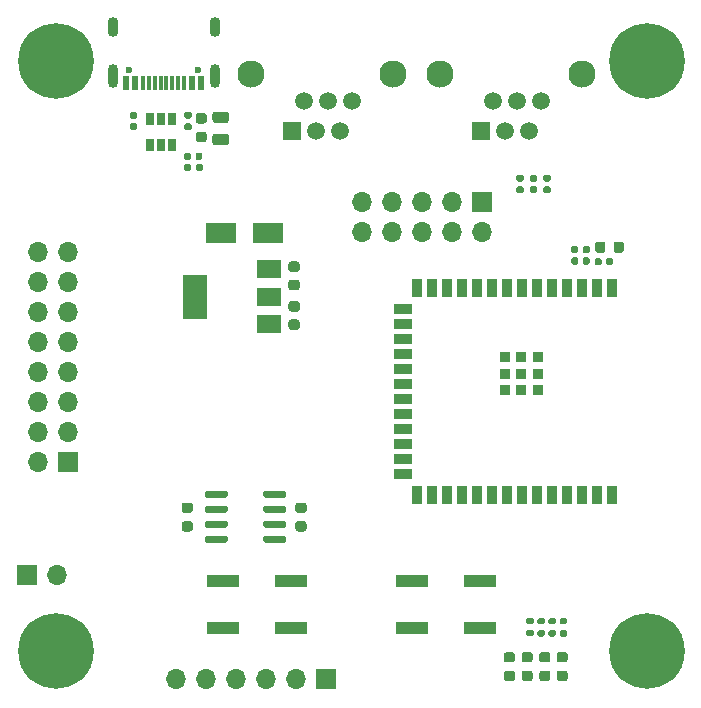
<source format=gbr>
%TF.GenerationSoftware,KiCad,Pcbnew,(5.1.6)-1*%
%TF.CreationDate,2022-03-15T00:03:31+08:00*%
%TF.ProjectId,esp32s2-openffb,65737033-3273-4322-9d6f-70656e666662,rev?*%
%TF.SameCoordinates,Original*%
%TF.FileFunction,Soldermask,Top*%
%TF.FilePolarity,Negative*%
%FSLAX46Y46*%
G04 Gerber Fmt 4.6, Leading zero omitted, Abs format (unit mm)*
G04 Created by KiCad (PCBNEW (5.1.6)-1) date 2022-03-15 00:03:31*
%MOMM*%
%LPD*%
G01*
G04 APERTURE LIST*
%ADD10O,1.700000X1.700000*%
%ADD11R,1.700000X1.700000*%
%ADD12R,0.900000X0.900000*%
%ADD13R,1.500000X0.900000*%
%ADD14R,0.900000X1.500000*%
%ADD15R,2.500000X1.800000*%
%ADD16C,2.300000*%
%ADD17C,1.520000*%
%ADD18R,1.520000X1.520000*%
%ADD19O,0.900000X2.000000*%
%ADD20O,0.900000X1.700000*%
%ADD21R,0.300000X1.160000*%
%ADD22C,0.600000*%
%ADD23R,0.600000X1.160000*%
%ADD24R,0.650000X1.060000*%
%ADD25R,2.750000X1.000000*%
%ADD26C,0.800000*%
%ADD27C,6.400000*%
%ADD28R,2.000000X1.500000*%
%ADD29R,2.000000X3.800000*%
G04 APERTURE END LIST*
%TO.C,R2*%
G36*
G01*
X16408900Y47073600D02*
X16408900Y46728600D01*
G75*
G02*
X16261400Y46581100I-147500J0D01*
G01*
X15966400Y46581100D01*
G75*
G02*
X15818900Y46728600I0J147500D01*
G01*
X15818900Y47073600D01*
G75*
G02*
X15966400Y47221100I147500J0D01*
G01*
X16261400Y47221100D01*
G75*
G02*
X16408900Y47073600I0J-147500D01*
G01*
G37*
G36*
G01*
X17378900Y47073600D02*
X17378900Y46728600D01*
G75*
G02*
X17231400Y46581100I-147500J0D01*
G01*
X16936400Y46581100D01*
G75*
G02*
X16788900Y46728600I0J147500D01*
G01*
X16788900Y47073600D01*
G75*
G02*
X16936400Y47221100I147500J0D01*
G01*
X17231400Y47221100D01*
G75*
G02*
X17378900Y47073600I0J-147500D01*
G01*
G37*
%TD*%
%TO.C,R1*%
G36*
G01*
X16421600Y46133800D02*
X16421600Y45788800D01*
G75*
G02*
X16274100Y45641300I-147500J0D01*
G01*
X15979100Y45641300D01*
G75*
G02*
X15831600Y45788800I0J147500D01*
G01*
X15831600Y46133800D01*
G75*
G02*
X15979100Y46281300I147500J0D01*
G01*
X16274100Y46281300D01*
G75*
G02*
X16421600Y46133800I0J-147500D01*
G01*
G37*
G36*
G01*
X17391600Y46133800D02*
X17391600Y45788800D01*
G75*
G02*
X17244100Y45641300I-147500J0D01*
G01*
X16949100Y45641300D01*
G75*
G02*
X16801600Y45788800I0J147500D01*
G01*
X16801600Y46133800D01*
G75*
G02*
X16949100Y46281300I147500J0D01*
G01*
X17244100Y46281300D01*
G75*
G02*
X17391600Y46133800I0J-147500D01*
G01*
G37*
%TD*%
D10*
%TO.C,J4*%
X3460000Y38780000D03*
X6000000Y38780000D03*
X3460000Y36240000D03*
X6000000Y36240000D03*
X3460000Y33700000D03*
X6000000Y33700000D03*
X3460000Y31160000D03*
X6000000Y31160000D03*
X3460000Y28620000D03*
X6000000Y28620000D03*
X3460000Y26080000D03*
X6000000Y26080000D03*
X3460000Y23540000D03*
X6000000Y23540000D03*
X3460000Y21000000D03*
D11*
X6000000Y21000000D03*
%TD*%
%TO.C,U3*%
G36*
G01*
X19518500Y14640700D02*
X19518500Y14340700D01*
G75*
G02*
X19368500Y14190700I-150000J0D01*
G01*
X17718500Y14190700D01*
G75*
G02*
X17568500Y14340700I0J150000D01*
G01*
X17568500Y14640700D01*
G75*
G02*
X17718500Y14790700I150000J0D01*
G01*
X19368500Y14790700D01*
G75*
G02*
X19518500Y14640700I0J-150000D01*
G01*
G37*
G36*
G01*
X19518500Y15910700D02*
X19518500Y15610700D01*
G75*
G02*
X19368500Y15460700I-150000J0D01*
G01*
X17718500Y15460700D01*
G75*
G02*
X17568500Y15610700I0J150000D01*
G01*
X17568500Y15910700D01*
G75*
G02*
X17718500Y16060700I150000J0D01*
G01*
X19368500Y16060700D01*
G75*
G02*
X19518500Y15910700I0J-150000D01*
G01*
G37*
G36*
G01*
X19518500Y17180700D02*
X19518500Y16880700D01*
G75*
G02*
X19368500Y16730700I-150000J0D01*
G01*
X17718500Y16730700D01*
G75*
G02*
X17568500Y16880700I0J150000D01*
G01*
X17568500Y17180700D01*
G75*
G02*
X17718500Y17330700I150000J0D01*
G01*
X19368500Y17330700D01*
G75*
G02*
X19518500Y17180700I0J-150000D01*
G01*
G37*
G36*
G01*
X19518500Y18450700D02*
X19518500Y18150700D01*
G75*
G02*
X19368500Y18000700I-150000J0D01*
G01*
X17718500Y18000700D01*
G75*
G02*
X17568500Y18150700I0J150000D01*
G01*
X17568500Y18450700D01*
G75*
G02*
X17718500Y18600700I150000J0D01*
G01*
X19368500Y18600700D01*
G75*
G02*
X19518500Y18450700I0J-150000D01*
G01*
G37*
G36*
G01*
X24468500Y18450700D02*
X24468500Y18150700D01*
G75*
G02*
X24318500Y18000700I-150000J0D01*
G01*
X22668500Y18000700D01*
G75*
G02*
X22518500Y18150700I0J150000D01*
G01*
X22518500Y18450700D01*
G75*
G02*
X22668500Y18600700I150000J0D01*
G01*
X24318500Y18600700D01*
G75*
G02*
X24468500Y18450700I0J-150000D01*
G01*
G37*
G36*
G01*
X24468500Y17180700D02*
X24468500Y16880700D01*
G75*
G02*
X24318500Y16730700I-150000J0D01*
G01*
X22668500Y16730700D01*
G75*
G02*
X22518500Y16880700I0J150000D01*
G01*
X22518500Y17180700D01*
G75*
G02*
X22668500Y17330700I150000J0D01*
G01*
X24318500Y17330700D01*
G75*
G02*
X24468500Y17180700I0J-150000D01*
G01*
G37*
G36*
G01*
X24468500Y15910700D02*
X24468500Y15610700D01*
G75*
G02*
X24318500Y15460700I-150000J0D01*
G01*
X22668500Y15460700D01*
G75*
G02*
X22518500Y15610700I0J150000D01*
G01*
X22518500Y15910700D01*
G75*
G02*
X22668500Y16060700I150000J0D01*
G01*
X24318500Y16060700D01*
G75*
G02*
X24468500Y15910700I0J-150000D01*
G01*
G37*
G36*
G01*
X24468500Y14640700D02*
X24468500Y14340700D01*
G75*
G02*
X24318500Y14190700I-150000J0D01*
G01*
X22668500Y14190700D01*
G75*
G02*
X22518500Y14340700I0J150000D01*
G01*
X22518500Y14640700D01*
G75*
G02*
X22668500Y14790700I150000J0D01*
G01*
X24318500Y14790700D01*
G75*
G02*
X24468500Y14640700I0J-150000D01*
G01*
G37*
%TD*%
D12*
%TO.C,U2*%
X42955000Y27087500D03*
X42955000Y28487500D03*
X42955000Y29887500D03*
X44355000Y29887500D03*
X45755000Y29887500D03*
X45755000Y28487500D03*
X45755000Y27087500D03*
X44355000Y27087500D03*
D13*
X34315000Y20002500D03*
X34315000Y21272500D03*
D12*
X44355000Y28487500D03*
D14*
X52075000Y18237500D03*
X50805000Y18237500D03*
X49535000Y18237500D03*
X48265000Y18237500D03*
X46995000Y18237500D03*
X45725000Y18237500D03*
X44455000Y18237500D03*
X43185000Y18237500D03*
X41915000Y18237500D03*
X40645000Y18237500D03*
X39375000Y18237500D03*
X38105000Y18237500D03*
X36835000Y18237500D03*
X35565000Y18237500D03*
D13*
X34315000Y22542500D03*
X34315000Y23812500D03*
X34315000Y25082500D03*
X34315000Y26352500D03*
X34315000Y27622500D03*
X34315000Y28892500D03*
X34315000Y30162500D03*
X34315000Y31432500D03*
X34315000Y32702500D03*
X34315000Y33972500D03*
D14*
X52075000Y35737500D03*
X50805000Y35737500D03*
X49535000Y35737500D03*
X48265000Y35737500D03*
X46995000Y35737500D03*
X45725000Y35737500D03*
X44455000Y35737500D03*
X43185000Y35737500D03*
X41915000Y35737500D03*
X40645000Y35737500D03*
X39375000Y35737500D03*
X38105000Y35737500D03*
X36835000Y35737500D03*
X35565000Y35737500D03*
%TD*%
%TO.C,R15*%
G36*
G01*
X15834650Y16020300D02*
X16347150Y16020300D01*
G75*
G02*
X16565900Y15801550I0J-218750D01*
G01*
X16565900Y15364050D01*
G75*
G02*
X16347150Y15145300I-218750J0D01*
G01*
X15834650Y15145300D01*
G75*
G02*
X15615900Y15364050I0J218750D01*
G01*
X15615900Y15801550D01*
G75*
G02*
X15834650Y16020300I218750J0D01*
G01*
G37*
G36*
G01*
X15834650Y17595300D02*
X16347150Y17595300D01*
G75*
G02*
X16565900Y17376550I0J-218750D01*
G01*
X16565900Y16939050D01*
G75*
G02*
X16347150Y16720300I-218750J0D01*
G01*
X15834650Y16720300D01*
G75*
G02*
X15615900Y16939050I0J218750D01*
G01*
X15615900Y17376550D01*
G75*
G02*
X15834650Y17595300I218750J0D01*
G01*
G37*
%TD*%
D10*
%TO.C,J3*%
X5040000Y11500000D03*
D11*
X2500000Y11500000D03*
%TD*%
%TO.C,C3*%
G36*
G01*
X25973750Y16720300D02*
X25461250Y16720300D01*
G75*
G02*
X25242500Y16939050I0J218750D01*
G01*
X25242500Y17376550D01*
G75*
G02*
X25461250Y17595300I218750J0D01*
G01*
X25973750Y17595300D01*
G75*
G02*
X26192500Y17376550I0J-218750D01*
G01*
X26192500Y16939050D01*
G75*
G02*
X25973750Y16720300I-218750J0D01*
G01*
G37*
G36*
G01*
X25973750Y15145300D02*
X25461250Y15145300D01*
G75*
G02*
X25242500Y15364050I0J218750D01*
G01*
X25242500Y15801550D01*
G75*
G02*
X25461250Y16020300I218750J0D01*
G01*
X25973750Y16020300D01*
G75*
G02*
X26192500Y15801550I0J-218750D01*
G01*
X26192500Y15364050D01*
G75*
G02*
X25973750Y15145300I-218750J0D01*
G01*
G37*
%TD*%
%TO.C,R13*%
G36*
G01*
X44432000Y44767000D02*
X44087000Y44767000D01*
G75*
G02*
X43939500Y44914500I0J147500D01*
G01*
X43939500Y45209500D01*
G75*
G02*
X44087000Y45357000I147500J0D01*
G01*
X44432000Y45357000D01*
G75*
G02*
X44579500Y45209500I0J-147500D01*
G01*
X44579500Y44914500D01*
G75*
G02*
X44432000Y44767000I-147500J0D01*
G01*
G37*
G36*
G01*
X44432000Y43797000D02*
X44087000Y43797000D01*
G75*
G02*
X43939500Y43944500I0J147500D01*
G01*
X43939500Y44239500D01*
G75*
G02*
X44087000Y44387000I147500J0D01*
G01*
X44432000Y44387000D01*
G75*
G02*
X44579500Y44239500I0J-147500D01*
G01*
X44579500Y43944500D01*
G75*
G02*
X44432000Y43797000I-147500J0D01*
G01*
G37*
%TD*%
%TO.C,R12*%
G36*
G01*
X45575000Y44767000D02*
X45230000Y44767000D01*
G75*
G02*
X45082500Y44914500I0J147500D01*
G01*
X45082500Y45209500D01*
G75*
G02*
X45230000Y45357000I147500J0D01*
G01*
X45575000Y45357000D01*
G75*
G02*
X45722500Y45209500I0J-147500D01*
G01*
X45722500Y44914500D01*
G75*
G02*
X45575000Y44767000I-147500J0D01*
G01*
G37*
G36*
G01*
X45575000Y43797000D02*
X45230000Y43797000D01*
G75*
G02*
X45082500Y43944500I0J147500D01*
G01*
X45082500Y44239500D01*
G75*
G02*
X45230000Y44387000I147500J0D01*
G01*
X45575000Y44387000D01*
G75*
G02*
X45722500Y44239500I0J-147500D01*
G01*
X45722500Y43944500D01*
G75*
G02*
X45575000Y43797000I-147500J0D01*
G01*
G37*
%TD*%
%TO.C,R5*%
G36*
G01*
X46718000Y44767000D02*
X46373000Y44767000D01*
G75*
G02*
X46225500Y44914500I0J147500D01*
G01*
X46225500Y45209500D01*
G75*
G02*
X46373000Y45357000I147500J0D01*
G01*
X46718000Y45357000D01*
G75*
G02*
X46865500Y45209500I0J-147500D01*
G01*
X46865500Y44914500D01*
G75*
G02*
X46718000Y44767000I-147500J0D01*
G01*
G37*
G36*
G01*
X46718000Y43797000D02*
X46373000Y43797000D01*
G75*
G02*
X46225500Y43944500I0J147500D01*
G01*
X46225500Y44239500D01*
G75*
G02*
X46373000Y44387000I147500J0D01*
G01*
X46718000Y44387000D01*
G75*
G02*
X46865500Y44239500I0J-147500D01*
G01*
X46865500Y43944500D01*
G75*
G02*
X46718000Y43797000I-147500J0D01*
G01*
G37*
%TD*%
D15*
%TO.C,D1*%
X18955000Y40386000D03*
X22955000Y40386000D03*
%TD*%
D16*
%TO.C,J7*%
X33515500Y53862000D03*
X21515500Y53862000D03*
D17*
X30065500Y51562000D03*
X29045500Y49022000D03*
X28025500Y51562000D03*
X27005500Y49022000D03*
X25985500Y51562000D03*
D18*
X24965500Y49022000D03*
%TD*%
D16*
%TO.C,J6*%
X49507500Y53862000D03*
X37507500Y53862000D03*
D17*
X46057500Y51562000D03*
X45037500Y49022000D03*
X44017500Y51562000D03*
X42997500Y49022000D03*
X41977500Y51562000D03*
D18*
X40957500Y49022000D03*
%TD*%
%TO.C,R4*%
G36*
G01*
X49187600Y39186900D02*
X49187600Y38841900D01*
G75*
G02*
X49040100Y38694400I-147500J0D01*
G01*
X48745100Y38694400D01*
G75*
G02*
X48597600Y38841900I0J147500D01*
G01*
X48597600Y39186900D01*
G75*
G02*
X48745100Y39334400I147500J0D01*
G01*
X49040100Y39334400D01*
G75*
G02*
X49187600Y39186900I0J-147500D01*
G01*
G37*
G36*
G01*
X50157600Y39186900D02*
X50157600Y38841900D01*
G75*
G02*
X50010100Y38694400I-147500J0D01*
G01*
X49715100Y38694400D01*
G75*
G02*
X49567600Y38841900I0J147500D01*
G01*
X49567600Y39186900D01*
G75*
G02*
X49715100Y39334400I147500J0D01*
G01*
X50010100Y39334400D01*
G75*
G02*
X50157600Y39186900I0J-147500D01*
G01*
G37*
%TD*%
%TO.C,C15*%
G36*
G01*
X51548800Y37825900D02*
X51548800Y38170900D01*
G75*
G02*
X51696300Y38318400I147500J0D01*
G01*
X51991300Y38318400D01*
G75*
G02*
X52138800Y38170900I0J-147500D01*
G01*
X52138800Y37825900D01*
G75*
G02*
X51991300Y37678400I-147500J0D01*
G01*
X51696300Y37678400D01*
G75*
G02*
X51548800Y37825900I0J147500D01*
G01*
G37*
G36*
G01*
X50578800Y37825900D02*
X50578800Y38170900D01*
G75*
G02*
X50726300Y38318400I147500J0D01*
G01*
X51021300Y38318400D01*
G75*
G02*
X51168800Y38170900I0J-147500D01*
G01*
X51168800Y37825900D01*
G75*
G02*
X51021300Y37678400I-147500J0D01*
G01*
X50726300Y37678400D01*
G75*
G02*
X50578800Y37825900I0J147500D01*
G01*
G37*
%TD*%
%TO.C,C6*%
G36*
G01*
X49567600Y37876700D02*
X49567600Y38221700D01*
G75*
G02*
X49715100Y38369200I147500J0D01*
G01*
X50010100Y38369200D01*
G75*
G02*
X50157600Y38221700I0J-147500D01*
G01*
X50157600Y37876700D01*
G75*
G02*
X50010100Y37729200I-147500J0D01*
G01*
X49715100Y37729200D01*
G75*
G02*
X49567600Y37876700I0J147500D01*
G01*
G37*
G36*
G01*
X48597600Y37876700D02*
X48597600Y38221700D01*
G75*
G02*
X48745100Y38369200I147500J0D01*
G01*
X49040100Y38369200D01*
G75*
G02*
X49187600Y38221700I0J-147500D01*
G01*
X49187600Y37876700D01*
G75*
G02*
X49040100Y37729200I-147500J0D01*
G01*
X48745100Y37729200D01*
G75*
G02*
X48597600Y37876700I0J147500D01*
G01*
G37*
%TD*%
%TO.C,C4*%
G36*
G01*
X52191500Y38961350D02*
X52191500Y39473850D01*
G75*
G02*
X52410250Y39692600I218750J0D01*
G01*
X52847750Y39692600D01*
G75*
G02*
X53066500Y39473850I0J-218750D01*
G01*
X53066500Y38961350D01*
G75*
G02*
X52847750Y38742600I-218750J0D01*
G01*
X52410250Y38742600D01*
G75*
G02*
X52191500Y38961350I0J218750D01*
G01*
G37*
G36*
G01*
X50616500Y38961350D02*
X50616500Y39473850D01*
G75*
G02*
X50835250Y39692600I218750J0D01*
G01*
X51272750Y39692600D01*
G75*
G02*
X51491500Y39473850I0J-218750D01*
G01*
X51491500Y38961350D01*
G75*
G02*
X51272750Y38742600I-218750J0D01*
G01*
X50835250Y38742600D01*
G75*
G02*
X50616500Y38961350I0J218750D01*
G01*
G37*
%TD*%
D12*
%TO.C,U5*%
X42955000Y27087500D03*
X42955000Y28487500D03*
X42955000Y29887500D03*
X44355000Y29887500D03*
X45755000Y29887500D03*
X45755000Y28487500D03*
X45755000Y27087500D03*
X44355000Y27087500D03*
D13*
X34315000Y20002500D03*
X34315000Y21272500D03*
D12*
X44355000Y28487500D03*
D14*
X52075000Y18237500D03*
X50805000Y18237500D03*
X49535000Y18237500D03*
X48265000Y18237500D03*
X46995000Y18237500D03*
X45725000Y18237500D03*
X44455000Y18237500D03*
X43185000Y18237500D03*
X41915000Y18237500D03*
X40645000Y18237500D03*
X39375000Y18237500D03*
X38105000Y18237500D03*
X36835000Y18237500D03*
X35565000Y18237500D03*
D13*
X34315000Y22542500D03*
X34315000Y23812500D03*
X34315000Y25082500D03*
X34315000Y26352500D03*
X34315000Y27622500D03*
X34315000Y28892500D03*
X34315000Y30162500D03*
X34315000Y31432500D03*
X34315000Y32702500D03*
X34315000Y33972500D03*
D14*
X52075000Y35737500D03*
X50805000Y35737500D03*
X49535000Y35737500D03*
X48265000Y35737500D03*
X46995000Y35737500D03*
X45725000Y35737500D03*
X44455000Y35737500D03*
X43185000Y35737500D03*
X41915000Y35737500D03*
X40645000Y35737500D03*
X39375000Y35737500D03*
X38105000Y35737500D03*
X36835000Y35737500D03*
X35565000Y35737500D03*
%TD*%
D19*
%TO.C,J1*%
X18401700Y53708700D03*
X9761700Y53708700D03*
D20*
X18401700Y57878700D03*
X9761700Y57878700D03*
D21*
X14831700Y53128700D03*
X14331700Y53128700D03*
X13831700Y53128700D03*
X15831700Y53128700D03*
X15331700Y53128700D03*
X12831700Y53128700D03*
X13331700Y53128700D03*
X12331700Y53128700D03*
D22*
X11191700Y54188700D03*
X16971700Y54188700D03*
D23*
X16481700Y53128700D03*
X16481700Y53128700D03*
X17281700Y53128700D03*
X17281700Y53128700D03*
X11681700Y53128700D03*
X10881700Y53128700D03*
X11681700Y53128700D03*
X10881700Y53128700D03*
%TD*%
D24*
%TO.C,U4*%
X13846500Y47907500D03*
X14796500Y47907500D03*
X12896500Y47907500D03*
X12896500Y50107500D03*
X13846500Y50107500D03*
X14796500Y50107500D03*
%TD*%
%TO.C,R11*%
G36*
G01*
X11374000Y49717500D02*
X11719000Y49717500D01*
G75*
G02*
X11866500Y49570000I0J-147500D01*
G01*
X11866500Y49275000D01*
G75*
G02*
X11719000Y49127500I-147500J0D01*
G01*
X11374000Y49127500D01*
G75*
G02*
X11226500Y49275000I0J147500D01*
G01*
X11226500Y49570000D01*
G75*
G02*
X11374000Y49717500I147500J0D01*
G01*
G37*
G36*
G01*
X11374000Y50687500D02*
X11719000Y50687500D01*
G75*
G02*
X11866500Y50540000I0J-147500D01*
G01*
X11866500Y50245000D01*
G75*
G02*
X11719000Y50097500I-147500J0D01*
G01*
X11374000Y50097500D01*
G75*
G02*
X11226500Y50245000I0J147500D01*
G01*
X11226500Y50540000D01*
G75*
G02*
X11374000Y50687500I147500J0D01*
G01*
G37*
%TD*%
%TO.C,R10*%
G36*
G01*
X15974000Y49717500D02*
X16319000Y49717500D01*
G75*
G02*
X16466500Y49570000I0J-147500D01*
G01*
X16466500Y49275000D01*
G75*
G02*
X16319000Y49127500I-147500J0D01*
G01*
X15974000Y49127500D01*
G75*
G02*
X15826500Y49275000I0J147500D01*
G01*
X15826500Y49570000D01*
G75*
G02*
X15974000Y49717500I147500J0D01*
G01*
G37*
G36*
G01*
X15974000Y50687500D02*
X16319000Y50687500D01*
G75*
G02*
X16466500Y50540000I0J-147500D01*
G01*
X16466500Y50245000D01*
G75*
G02*
X16319000Y50097500I-147500J0D01*
G01*
X15974000Y50097500D01*
G75*
G02*
X15826500Y50245000I0J147500D01*
G01*
X15826500Y50540000D01*
G75*
G02*
X15974000Y50687500I147500J0D01*
G01*
G37*
%TD*%
D10*
%TO.C,J5*%
X30924500Y40513000D03*
X30924500Y43053000D03*
X33464500Y40513000D03*
X33464500Y43053000D03*
X36004500Y40513000D03*
X36004500Y43053000D03*
X38544500Y40513000D03*
X38544500Y43053000D03*
X41084500Y40513000D03*
D11*
X41084500Y43053000D03*
%TD*%
%TO.C,F1*%
G36*
G01*
X19379250Y49726000D02*
X18466750Y49726000D01*
G75*
G02*
X18223000Y49969750I0J243750D01*
G01*
X18223000Y50457250D01*
G75*
G02*
X18466750Y50701000I243750J0D01*
G01*
X19379250Y50701000D01*
G75*
G02*
X19623000Y50457250I0J-243750D01*
G01*
X19623000Y49969750D01*
G75*
G02*
X19379250Y49726000I-243750J0D01*
G01*
G37*
G36*
G01*
X19379250Y47851000D02*
X18466750Y47851000D01*
G75*
G02*
X18223000Y48094750I0J243750D01*
G01*
X18223000Y48582250D01*
G75*
G02*
X18466750Y48826000I243750J0D01*
G01*
X19379250Y48826000D01*
G75*
G02*
X19623000Y48582250I0J-243750D01*
G01*
X19623000Y48094750D01*
G75*
G02*
X19379250Y47851000I-243750J0D01*
G01*
G37*
%TD*%
%TO.C,C19*%
G36*
G01*
X17015750Y48989500D02*
X17528250Y48989500D01*
G75*
G02*
X17747000Y48770750I0J-218750D01*
G01*
X17747000Y48333250D01*
G75*
G02*
X17528250Y48114500I-218750J0D01*
G01*
X17015750Y48114500D01*
G75*
G02*
X16797000Y48333250I0J218750D01*
G01*
X16797000Y48770750D01*
G75*
G02*
X17015750Y48989500I218750J0D01*
G01*
G37*
G36*
G01*
X17015750Y50564500D02*
X17528250Y50564500D01*
G75*
G02*
X17747000Y50345750I0J-218750D01*
G01*
X17747000Y49908250D01*
G75*
G02*
X17528250Y49689500I-218750J0D01*
G01*
X17015750Y49689500D01*
G75*
G02*
X16797000Y49908250I0J218750D01*
G01*
X16797000Y50345750D01*
G75*
G02*
X17015750Y50564500I218750J0D01*
G01*
G37*
%TD*%
D25*
%TO.C,SW2*%
X24880000Y7000000D03*
X19120000Y7000000D03*
X19120000Y11000000D03*
X24880000Y11000000D03*
%TD*%
%TO.C,SW1*%
X40880000Y7000000D03*
X35120000Y7000000D03*
X35120000Y11000000D03*
X40880000Y11000000D03*
%TD*%
%TO.C,R9*%
G36*
G01*
X45295400Y7286800D02*
X44925400Y7286800D01*
G75*
G02*
X44790400Y7421800I0J135000D01*
G01*
X44790400Y7691800D01*
G75*
G02*
X44925400Y7826800I135000J0D01*
G01*
X45295400Y7826800D01*
G75*
G02*
X45430400Y7691800I0J-135000D01*
G01*
X45430400Y7421800D01*
G75*
G02*
X45295400Y7286800I-135000J0D01*
G01*
G37*
G36*
G01*
X45295400Y6266800D02*
X44925400Y6266800D01*
G75*
G02*
X44790400Y6401800I0J135000D01*
G01*
X44790400Y6671800D01*
G75*
G02*
X44925400Y6806800I135000J0D01*
G01*
X45295400Y6806800D01*
G75*
G02*
X45430400Y6671800I0J-135000D01*
G01*
X45430400Y6401800D01*
G75*
G02*
X45295400Y6266800I-135000J0D01*
G01*
G37*
%TD*%
%TO.C,R8*%
G36*
G01*
X46235200Y7275800D02*
X45865200Y7275800D01*
G75*
G02*
X45730200Y7410800I0J135000D01*
G01*
X45730200Y7680800D01*
G75*
G02*
X45865200Y7815800I135000J0D01*
G01*
X46235200Y7815800D01*
G75*
G02*
X46370200Y7680800I0J-135000D01*
G01*
X46370200Y7410800D01*
G75*
G02*
X46235200Y7275800I-135000J0D01*
G01*
G37*
G36*
G01*
X46235200Y6255800D02*
X45865200Y6255800D01*
G75*
G02*
X45730200Y6390800I0J135000D01*
G01*
X45730200Y6660800D01*
G75*
G02*
X45865200Y6795800I135000J0D01*
G01*
X46235200Y6795800D01*
G75*
G02*
X46370200Y6660800I0J-135000D01*
G01*
X46370200Y6390800D01*
G75*
G02*
X46235200Y6255800I-135000J0D01*
G01*
G37*
%TD*%
%TO.C,R7*%
G36*
G01*
X47175000Y7275800D02*
X46805000Y7275800D01*
G75*
G02*
X46670000Y7410800I0J135000D01*
G01*
X46670000Y7680800D01*
G75*
G02*
X46805000Y7815800I135000J0D01*
G01*
X47175000Y7815800D01*
G75*
G02*
X47310000Y7680800I0J-135000D01*
G01*
X47310000Y7410800D01*
G75*
G02*
X47175000Y7275800I-135000J0D01*
G01*
G37*
G36*
G01*
X47175000Y6255800D02*
X46805000Y6255800D01*
G75*
G02*
X46670000Y6390800I0J135000D01*
G01*
X46670000Y6660800D01*
G75*
G02*
X46805000Y6795800I135000J0D01*
G01*
X47175000Y6795800D01*
G75*
G02*
X47310000Y6660800I0J-135000D01*
G01*
X47310000Y6390800D01*
G75*
G02*
X47175000Y6255800I-135000J0D01*
G01*
G37*
%TD*%
%TO.C,R6*%
G36*
G01*
X48114800Y7275800D02*
X47744800Y7275800D01*
G75*
G02*
X47609800Y7410800I0J135000D01*
G01*
X47609800Y7680800D01*
G75*
G02*
X47744800Y7815800I135000J0D01*
G01*
X48114800Y7815800D01*
G75*
G02*
X48249800Y7680800I0J-135000D01*
G01*
X48249800Y7410800D01*
G75*
G02*
X48114800Y7275800I-135000J0D01*
G01*
G37*
G36*
G01*
X48114800Y6255800D02*
X47744800Y6255800D01*
G75*
G02*
X47609800Y6390800I0J135000D01*
G01*
X47609800Y6660800D01*
G75*
G02*
X47744800Y6795800I135000J0D01*
G01*
X48114800Y6795800D01*
G75*
G02*
X48249800Y6660800I0J-135000D01*
G01*
X48249800Y6390800D01*
G75*
G02*
X48114800Y6255800I-135000J0D01*
G01*
G37*
%TD*%
D26*
%TO.C,H4*%
X6697056Y6697056D03*
X5000000Y7400000D03*
X3302944Y6697056D03*
X2600000Y5000000D03*
X3302944Y3302944D03*
X5000000Y2600000D03*
X6697056Y3302944D03*
X7400000Y5000000D03*
D27*
X5000000Y5000000D03*
%TD*%
D26*
%TO.C,H3*%
X56697056Y56697056D03*
X55000000Y57400000D03*
X53302944Y56697056D03*
X52600000Y55000000D03*
X53302944Y53302944D03*
X55000000Y52600000D03*
X56697056Y53302944D03*
X57400000Y55000000D03*
D27*
X55000000Y55000000D03*
%TD*%
D26*
%TO.C,H2*%
X56697056Y6697056D03*
X55000000Y7400000D03*
X53302944Y6697056D03*
X52600000Y5000000D03*
X53302944Y3302944D03*
X55000000Y2600000D03*
X56697056Y3302944D03*
X57400000Y5000000D03*
D27*
X55000000Y5000000D03*
%TD*%
D26*
%TO.C,H1*%
X6697056Y56697056D03*
X5000000Y57400000D03*
X3302944Y56697056D03*
X2600000Y55000000D03*
X3302944Y53302944D03*
X5000000Y52600000D03*
X6697056Y53302944D03*
X7400000Y55000000D03*
D27*
X5000000Y55000000D03*
%TD*%
D10*
%TO.C,J2*%
X15138400Y2628900D03*
X17678400Y2628900D03*
X20218400Y2628900D03*
X22758400Y2628900D03*
X25298400Y2628900D03*
D11*
X27838400Y2628900D03*
%TD*%
%TO.C,D12*%
G36*
G01*
X48084450Y4058400D02*
X47571950Y4058400D01*
G75*
G02*
X47353200Y4277150I0J218750D01*
G01*
X47353200Y4714650D01*
G75*
G02*
X47571950Y4933400I218750J0D01*
G01*
X48084450Y4933400D01*
G75*
G02*
X48303200Y4714650I0J-218750D01*
G01*
X48303200Y4277150D01*
G75*
G02*
X48084450Y4058400I-218750J0D01*
G01*
G37*
G36*
G01*
X48084450Y2483400D02*
X47571950Y2483400D01*
G75*
G02*
X47353200Y2702150I0J218750D01*
G01*
X47353200Y3139650D01*
G75*
G02*
X47571950Y3358400I218750J0D01*
G01*
X48084450Y3358400D01*
G75*
G02*
X48303200Y3139650I0J-218750D01*
G01*
X48303200Y2702150D01*
G75*
G02*
X48084450Y2483400I-218750J0D01*
G01*
G37*
%TD*%
%TO.C,D11*%
G36*
G01*
X43621250Y4058400D02*
X43108750Y4058400D01*
G75*
G02*
X42890000Y4277150I0J218750D01*
G01*
X42890000Y4714650D01*
G75*
G02*
X43108750Y4933400I218750J0D01*
G01*
X43621250Y4933400D01*
G75*
G02*
X43840000Y4714650I0J-218750D01*
G01*
X43840000Y4277150D01*
G75*
G02*
X43621250Y4058400I-218750J0D01*
G01*
G37*
G36*
G01*
X43621250Y2483400D02*
X43108750Y2483400D01*
G75*
G02*
X42890000Y2702150I0J218750D01*
G01*
X42890000Y3139650D01*
G75*
G02*
X43108750Y3358400I218750J0D01*
G01*
X43621250Y3358400D01*
G75*
G02*
X43840000Y3139650I0J-218750D01*
G01*
X43840000Y2702150D01*
G75*
G02*
X43621250Y2483400I-218750J0D01*
G01*
G37*
%TD*%
%TO.C,D10*%
G36*
G01*
X45121250Y4058400D02*
X44608750Y4058400D01*
G75*
G02*
X44390000Y4277150I0J218750D01*
G01*
X44390000Y4714650D01*
G75*
G02*
X44608750Y4933400I218750J0D01*
G01*
X45121250Y4933400D01*
G75*
G02*
X45340000Y4714650I0J-218750D01*
G01*
X45340000Y4277150D01*
G75*
G02*
X45121250Y4058400I-218750J0D01*
G01*
G37*
G36*
G01*
X45121250Y2483400D02*
X44608750Y2483400D01*
G75*
G02*
X44390000Y2702150I0J218750D01*
G01*
X44390000Y3139650D01*
G75*
G02*
X44608750Y3358400I218750J0D01*
G01*
X45121250Y3358400D01*
G75*
G02*
X45340000Y3139650I0J-218750D01*
G01*
X45340000Y2702150D01*
G75*
G02*
X45121250Y2483400I-218750J0D01*
G01*
G37*
%TD*%
%TO.C,D9*%
G36*
G01*
X46621250Y4058400D02*
X46108750Y4058400D01*
G75*
G02*
X45890000Y4277150I0J218750D01*
G01*
X45890000Y4714650D01*
G75*
G02*
X46108750Y4933400I218750J0D01*
G01*
X46621250Y4933400D01*
G75*
G02*
X46840000Y4714650I0J-218750D01*
G01*
X46840000Y4277150D01*
G75*
G02*
X46621250Y4058400I-218750J0D01*
G01*
G37*
G36*
G01*
X46621250Y2483400D02*
X46108750Y2483400D01*
G75*
G02*
X45890000Y2702150I0J218750D01*
G01*
X45890000Y3139650D01*
G75*
G02*
X46108750Y3358400I218750J0D01*
G01*
X46621250Y3358400D01*
G75*
G02*
X46840000Y3139650I0J-218750D01*
G01*
X46840000Y2702150D01*
G75*
G02*
X46621250Y2483400I-218750J0D01*
G01*
G37*
%TD*%
D28*
%TO.C,U1*%
X23044800Y32743400D03*
X23044800Y37343400D03*
X23044800Y35043400D03*
D29*
X16744800Y35043400D03*
%TD*%
%TO.C,C2*%
G36*
G01*
X25384800Y33758800D02*
X24884800Y33758800D01*
G75*
G02*
X24659800Y33983800I0J225000D01*
G01*
X24659800Y34433800D01*
G75*
G02*
X24884800Y34658800I225000J0D01*
G01*
X25384800Y34658800D01*
G75*
G02*
X25609800Y34433800I0J-225000D01*
G01*
X25609800Y33983800D01*
G75*
G02*
X25384800Y33758800I-225000J0D01*
G01*
G37*
G36*
G01*
X25384800Y32208800D02*
X24884800Y32208800D01*
G75*
G02*
X24659800Y32433800I0J225000D01*
G01*
X24659800Y32883800D01*
G75*
G02*
X24884800Y33108800I225000J0D01*
G01*
X25384800Y33108800D01*
G75*
G02*
X25609800Y32883800I0J-225000D01*
G01*
X25609800Y32433800D01*
G75*
G02*
X25384800Y32208800I-225000J0D01*
G01*
G37*
%TD*%
%TO.C,C1*%
G36*
G01*
X25384800Y37111600D02*
X24884800Y37111600D01*
G75*
G02*
X24659800Y37336600I0J225000D01*
G01*
X24659800Y37786600D01*
G75*
G02*
X24884800Y38011600I225000J0D01*
G01*
X25384800Y38011600D01*
G75*
G02*
X25609800Y37786600I0J-225000D01*
G01*
X25609800Y37336600D01*
G75*
G02*
X25384800Y37111600I-225000J0D01*
G01*
G37*
G36*
G01*
X25384800Y35561600D02*
X24884800Y35561600D01*
G75*
G02*
X24659800Y35786600I0J225000D01*
G01*
X24659800Y36236600D01*
G75*
G02*
X24884800Y36461600I225000J0D01*
G01*
X25384800Y36461600D01*
G75*
G02*
X25609800Y36236600I0J-225000D01*
G01*
X25609800Y35786600D01*
G75*
G02*
X25384800Y35561600I-225000J0D01*
G01*
G37*
%TD*%
M02*

</source>
